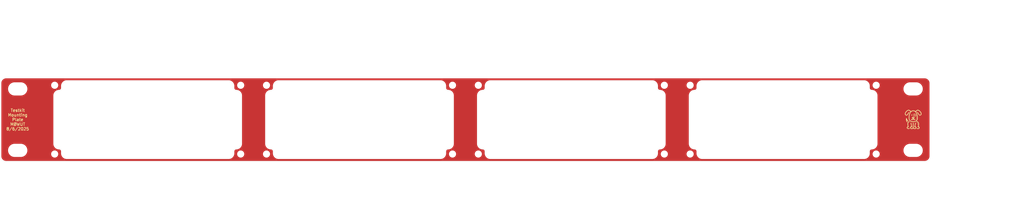
<source format=kicad_pcb>
(kicad_pcb (version 20241229) (generator "pcbnew") (generator_version "9.0")
  (layers (0 "F.Cu" signal) (2 "B.Cu" signal) (13 "F.Paste" user) (15 "B.Paste" user) (5 "F.SilkS" user "F.Silkscreen") (7 "B.SilkS" user "B.Silkscreen") (1 "F.Mask" user) (3 "B.Mask" user) (25 "Edge.Cuts" user))
  (net 0 "")
  (footprint "MountingHole:MountingHole_3.2mm_M3_ISO14580" (layer "F.Cu") (at 143.3 82.1)
    (property "Reference" "H10" (hide yes))
    (property "Value" "M3 NPTH")
    (pad "" np_thru_hole circle (at 0 0) (size 3.2 3.2) (drill 3.2) (layers "*.Cu" "*.Mask"))
  )
  (footprint "MountingHole:MountingHole_3.2mm_M3_ISO14580" (layer "F.Cu") (at 46.7 82.1)
    (property "Reference" "H9" (hide yes))
    (property "Value" "M3 NPTH")
    (pad "" np_thru_hole circle (at 0 0) (size 3.2 3.2) (drill 3.2) (layers "*.Cu" "*.Mask"))
  )
  (footprint "Misc_WUT:NPTH_Oval_9.525x6.35mm" (layer "F.Cu") (at -82.5 116)
    (property "Reference" "H4" (hide yes))
    (property "Value" "0.25\"x0.375\" NPTH slot")
    (pad "" np_thru_hole oval (at 0 0) (size 9.525 6.35) (drill oval 9.525 6.35) (layers "*.Cu" "*.Mask"))
  )
  (footprint "MountingHole:MountingHole_3.2mm_M3_ISO14580" (layer "F.Cu") (at 46.7 117.9)
    (property "Reference" "H12" (hide yes))
    (property "Value" "M3 NPTH")
    (pad "" np_thru_hole circle (at 0 0) (size 3.2 3.2) (drill 3.2) (layers "*.Cu" "*.Mask"))
  )
  (footprint "MountingHole:MountingHole_3.2mm_M3_ISO14580" (layer "F.Cu") (at 156.7 82.1)
    (property "Reference" "H13" (hide yes))
    (property "Value" "M3 NPTH")
    (pad "" np_thru_hole circle (at 0 0) (size 3.2 3.2) (drill 3.2) (layers "*.Cu" "*.Mask"))
  )
  (footprint "Misc_WUT:NPTH_Oval_9.525x6.35mm" (layer "F.Cu") (at 382.5 116)
    (property "Reference" "H3" (hide yes))
    (property "Value" "0.25\"x0.375\" NPTH slot")
    (pad "" np_thru_hole oval (at 0 0) (size 9.525 6.35) (drill oval 9.525 6.35) (layers "*.Cu" "*.Mask"))
  )
  (footprint "MountingHole:MountingHole_3.2mm_M3_ISO14580" (layer "F.Cu") (at 156.7 117.9)
    (property "Reference" "H16" (hide yes))
    (property "Value" "M3 NPTH")
    (pad "" np_thru_hole circle (at 0 0) (size 3.2 3.2) (drill 3.2) (layers "*.Cu" "*.Mask"))
  )
  (footprint "MountingHole:MountingHole_3.2mm_M3_ISO14580" (layer "F.Cu") (at 253.3 82.1)
    (property "Reference" "H14" (hide yes))
    (property "Value" "M3 NPTH")
    (pad "" np_thru_hole circle (at 0 0) (size 3.2 3.2) (drill 3.2) (layers "*.Cu" "*.Mask"))
  )
  (footprint "Misc_WUT:Logo_10mmx10mm" (layer "F.Cu") (at 382.5 100)
    (property "Reference" "H21" (hide yes))
    (property "Value" "~" (hide yes))
    (fp_poly (pts (xy 0.922947 -2.603975) (xy 0.991412 -2.541082) (xy 1.007115 -2.517943) (xy 1.039942 -2.431724) (xy 1.038955 -2.345967) (xy 1.008886 -2.267564) (xy 0.954466 -2.203412) (xy 0.880424 -2.160405) (xy 0.791492 -2.145437) (xy 0.753757 -2.148694) (xy 0.674508 -2.178794) (xy 0.612427 -2.235653) (xy 0.571271 -2.310058) (xy 0.554798 -2.392794) (xy 0.566765 -2.474649) (xy 0.597741 -2.531301) (xy 0.671378 -2.598608) (xy 0.755246 -2.632989) (xy 0.841664 -2.634694) (xy 0.922947 -2.603975)) (stroke (width 0.01)) (fill yes) (layer "F.SilkS"))
    (fp_poly (pts (xy -0.641208 -2.630082) (xy -0.596585 -2.61209) (xy -0.518645 -2.553184) (xy -0.471635 -2.475831) (xy -0.459061 -2.402941) (xy -0.475243 -2.302885) (xy -0.520026 -2.224451) (xy -0.587767 -2.171761) (xy -0.672822 -2.148936) (xy -0.769546 -2.160099) (xy -0.78486 -2.165011) (xy -0.832353 -2.181359) (xy -0.86022 -2.190591) (xy -0.86289 -2.191329) (xy -0.874135 -2.206349) (xy -0.898134 -2.243438) (xy -0.906852 -2.257429) (xy -0.940808 -2.34286) (xy -0.942278 -2.427297) (xy -0.916372 -2.504897) (xy -0.868201 -2.569817) (xy -0.802876 -2.616216) (xy -0.725508 -2.638252) (xy -0.641208 -2.630082)) (stroke (width 0.01)) (fill yes) (layer "F.SilkS"))
    (fp_poly (pts (xy -3.394961 -0.796542) (xy -3.35317 -0.769507) (xy -3.31884 -0.718061) (xy -3.288209 -0.636978) (xy -3.264339 -0.549294) (xy -3.183623 -0.282983) (xy -3.080029 -0.047307) (xy -2.952408 0.159582) (xy -2.799608 0.339529) (xy -2.620479 0.494381) (xy -2.608034 0.503522) (xy -2.526176 0.568752) (xy -2.476441 0.624131) (xy -2.455175 0.675521) (xy -2.458722 0.728781) (xy -2.461515 0.738397) (xy -2.499046 0.800684) (xy -2.558902 0.843344) (xy -2.617121 0.856377) (xy -2.679148 0.841284) (xy -2.758609 0.799098) (xy -2.850138 0.73446) (xy -2.948366 0.652012) (xy -3.047926 0.556394) (xy -3.14345 0.452248) (xy -3.22957 0.344216) (xy -3.261148 0.299531) (xy -3.305414 0.235239) (xy -3.331768 0.200705) (xy -3.343664 0.192966) (xy -3.344552 0.209059) (xy -3.340813 0.231147) (xy -3.315105 0.33479) (xy -3.274588 0.46174) (xy -3.223377 0.601116) (xy -3.165584 0.742033) (xy -3.105322 0.873609) (xy -3.076197 0.931263) (xy -3.017087 1.049754) (xy -2.979908 1.141186) (xy -2.964357 1.210632) (xy -2.970127 1.263164) (xy -2.996914 1.303856) (xy -3.044412 1.33778) (xy -3.051507 1.341647) (xy -3.105032 1.361079) (xy -3.15696 1.354308) (xy -3.190108 1.340286) (xy -3.230695 1.305874) (xy -3.280897 1.239699) (xy -3.33783 1.14702) (xy -3.39861 1.033099) (xy -3.460353 0.903195) (xy -3.520174 0.762569) (xy -3.552288 0.679685) (xy -3.624776 0.460055) (xy -3.671504 0.253159) (xy -3.694863 0.04463) (xy -3.697247 -0.1799) (xy -3.696956 -0.18893) (xy -3.684397 -0.380653) (xy -3.660635 -0.535647) (xy -3.625345 -0.654714) (xy -3.578202 -0.738659) (xy -3.518881 -0.788283) (xy -3.447975 -0.804392) (xy -3.394961 -0.796542)) (stroke (width 0.01)) (fill yes) (layer "F.SilkS"))
    (fp_poly (pts (xy -1.890077 0.873745) (xy -1.847089 0.91119) (xy -1.846857 0.911421) (xy -1.797774 0.980446) (xy -1.786262 1.048184) (xy -1.810908 1.110648) (xy -1.870299 1.163849) (xy -1.948879 1.199412) (xy -2.065542 1.242811) (xy -2.160023 1.292244) (xy -2.249048 1.357411) (xy -2.303565 1.405136) (xy -2.411914 1.519924) (xy -2.495979 1.646163) (xy -2.55701 1.788172) (xy -2.596261 1.950271) (xy -2.614985 2.136782) (xy -2.614432 2.352025) (xy -2.608407 2.456912) (xy -2.583035 2.70431) (xy -2.543802 2.940871) (xy -2.492297 3.160047) (xy -2.430113 3.355287) (xy -2.35884 3.520042) (xy -2.342808 3.550261) (xy -2.303486 3.648795) (xy -2.297945 3.737896) (xy -2.307813 3.776502) (xy -2.342317 3.816743) (xy -2.405599 3.847074) (xy -2.487808 3.863503) (xy -2.526924 3.8653) (xy -2.658192 3.878433) (xy -2.769226 3.915383) (xy -2.856801 3.97248) (xy -2.917691 4.04605) (xy -2.948672 4.132423) (xy -2.946519 4.227927) (xy -2.917832 4.310347) (xy -2.883108 4.368971) (xy -2.840287 4.411692) (xy -2.776126 4.450971) (xy -2.759011 4.459792) (xy -2.701768 4.486499) (xy -2.648844 4.504151) (xy -2.588483 4.515134) (xy -2.508924 4.521832) (xy -2.436627 4.525207) (xy -2.342908 4.52836) (xy -2.278902 4.528101) (xy -2.235299 4.523024) (xy -2.202785 4.511726) (xy -2.17205 4.492803) (xy -2.158907 4.483326) (xy -2.103952 4.443077) (xy -2.054186 4.406664) (xy -2.045498 4.400313) (xy -1.978232 4.372015) (xy -1.909047 4.375971) (xy -1.847713 4.407242) (xy -1.804001 4.460889) (xy -1.787676 4.530641) (xy -1.804956 4.591589) (xy -1.852377 4.658717) (xy -1.923314 4.724974) (xy -2.011139 4.783309) (xy -2.038539 4.797598) (xy -2.09305 4.822318) (xy -2.143115 4.838503) (xy -2.199959 4.848153) (xy -2.274807 4.853268) (xy -2.364061 4.855599) (xy -2.463849 4.855351) (xy -2.560257 4.851658) (xy -2.639857 4.845199) (xy -2.676478 4.839789) (xy -2.839134 4.790925) (xy -2.981522 4.715755) (xy -3.100136 4.618006) (xy -3.191467 4.501407) (xy -3.25201 4.369684) (xy -3.278258 4.226565) (xy -3.279074 4.199254) (xy -3.262275 4.039781) (xy -3.211328 3.897427) (xy -3.128469 3.775048) (xy -3.015931 3.675501) (xy -2.875949 3.601642) (xy -2.789548 3.573395) (xy -2.707036 3.551462) (xy -2.746324 3.451787) (xy -2.802422 3.285004) (xy -2.85046 3.093798) (xy -2.889602 2.886368) (xy -2.919015 2.670914) (xy -2.937862 2.455638) (xy -2.945309 2.248737) (xy -2.940519 2.058414) (xy -2.922658 1.892867) (xy -2.911193 1.8333) (xy -2.850028 1.637625) (xy -2.75924 1.454142) (xy -2.643006 1.287185) (xy -2.5055 1.141089) (xy -2.350901 1.020186) (xy -2.183383 0.928812) (xy -2.007122 0.8713) (xy -1.978742 0.865595) (xy -1.927771 0.860698) (xy -1.890077 0.873745)) (stroke (width 0.01)) (fill yes) (layer "F.SilkS"))
    (fp_poly (pts (xy 2.062011 0.862694) (xy 2.11976 0.876956) (xy 2.143842 0.88358) (xy 2.319784 0.951082) (xy 2.488698 1.05159) (xy 2.643425 1.17903) (xy 2.776805 1.327332) (xy 2.881679 1.490425) (xy 2.898099 1.523226) (xy 2.954018 1.652144) (xy 2.994262 1.775927) (xy 3.020816 1.904865) (xy 3.035664 2.04925) (xy 3.040792 2.219373) (xy 3.040805 2.263147) (xy 3.031851 2.506088) (xy 3.007972 2.751008) (xy 2.970721 2.988507) (xy 2.921651 3.209186) (xy 2.862316 3.403644) (xy 2.844527 3.450965) (xy 2.804915 3.551462) (xy 2.887427 3.573395) (xy 3.041328 3.632163) (xy 3.168994 3.718165) (xy 3.26819 3.828544) (xy 3.336682 3.960443) (xy 3.372237 4.111008) (xy 3.376953 4.199254) (xy 3.357497 4.345263) (xy 3.303136 4.479474) (xy 3.217115 4.598531) (xy 3.102684 4.699078) (xy 2.963088 4.777758) (xy 2.801576 4.831217) (xy 2.756312 4.840586) (xy 2.656121 4.853343) (xy 2.541665 4.859251) (xy 2.425461 4.858474) (xy 2.320028 4.851176) (xy 2.237882 4.83752) (xy 2.224042 4.833636) (xy 2.122586 4.791531) (xy 2.031216 4.734468) (xy 1.956736 4.668547) (xy 1.905949 4.599873) (xy 1.885657 4.534546) (xy 1.885555 4.530018) (xy 1.902435 4.459519) (xy 1.946547 4.406441) (xy 2.008094 4.37571) (xy 2.077282 4.372256) (xy 2.143377 4.400313) (xy 2.188803 4.433541) (xy 2.244453 4.47429) (xy 2.256785 4.483326) (xy 2.289285 4.505513) (xy 2.320027 4.519542) (xy 2.358321 4.526816) (xy 2.413481 4.52874) (xy 2.494818 4.526717) (xy 2.534505 4.525207) (xy 2.63394 4.520105) (xy 2.705979 4.512414) (xy 2.762305 4.499755) (xy 2.814599 4.479747) (xy 2.855757 4.459739) (xy 2.953154 4.39318) (xy 3.018642 4.31137) (xy 3.049718 4.218476) (xy 3.048206 4.139509) (xy 3.013531 4.040165) (xy 2.947019 3.963303) (xy 2.848923 3.909105) (xy 2.719493 3.87775) (xy 2.677609 3.873084) (xy 2.584689 3.863833) (xy 2.521645 3.853765) (xy 2.479313 3.840382) (xy 2.448527 3.821185) (xy 2.432135 3.806188) (xy 2.399954 3.747617) (xy 2.397615 3.670607) (xy 2.424901 3.581684) (xy 2.440686 3.550261) (xy 2.50929 3.40346) (xy 2.569313 3.231142) (xy 2.61995 3.040198) (xy 2.660394 2.837517) (xy 2.689841 2.629988) (xy 2.707484 2.424501) (xy 2.712517 2.227946) (xy 2.704134 2.047212) (xy 2.68153 1.889188) (xy 2.6486 1.772705) (xy 2.56598 1.603845) (xy 2.456699 1.457632) (xy 2.324914 1.338486) (xy 2.17478 1.250827) (xy 2.14677 1.23899) (xy 2.050922 1.199992) (xy 1.985123 1.170633) (xy 1.942817 1.146886) (xy 1.917445 1.124721) (xy 1.902448 1.100108) (xy 1.896695 1.08535) (xy 1.889716 1.010806) (xy 1.918554 0.939836) (xy 1.967996 0.889196) (xy 1.99846 0.86842) (xy 2.025688 0.859717) (xy 2.062011 0.862694)) (stroke (width 0.01)) (fill yes) (layer "F.SilkS"))
    (fp_poly (pts (xy 0.129206 -1.458827) (xy 0.266306 -1.441282) (xy 0.370169 -1.41155) (xy 0.493666 -1.346092) (xy 0.591956 -1.260651) (xy 0.662403 -1.160375) (xy 0.702372 -1.05041) (xy 0.709224 -0.935902) (xy 0.680326 -0.821999) (xy 0.676545 -0.813405) (xy 0.625981 -0.735162) (xy 0.549984 -0.656479) (xy 0.460598 -0.587981) (xy 0.369865 -0.540293) (xy 0.364823 -0.538392) (xy 0.308912 -0.516486) (xy 0.268921 -0.498359) (xy 0.258783 -0.49226) (xy 0.25964 -0.469704) (xy 0.282099 -0.427853) (xy 0.319942 -0.374857) (xy 0.36695 -0.318863) (xy 0.416906 -0.268019) (xy 0.452828 -0.237976) (xy 0.562325 -0.175059) (xy 0.67048 -0.146021) (xy 0.772414 -0.150968) (xy 0.863246 -0.190002) (xy 0.908829 -0.228211) (xy 0.978164 -0.279526) (xy 1.050345 -0.299335) (xy 1.117464 -0.288475) (xy 1.171613 -0.247785) (xy 1.199219 -0.197444) (xy 1.206408 -0.119326) (xy 1.174676 -0.037853) (xy 1.104018 0.046985) (xy 1.101461 0.049425) (xy 0.995751 0.123988) (xy 0.869133 0.170962) (xy 0.729704 0.188945) (xy 0.58556 0.176536) (xy 0.499378 0.153648) (xy 0.37484 0.100951) (xy 0.256636 0.031968) (xy 0.157124 -0.04542) (xy 0.10967 -0.09485) (xy 0.053803 -0.162626) (xy -0.046383 -0.062439) (xy -0.166289 0.036056) (xy -0.304058 0.113595) (xy -0.448406 0.164887) (xy -0.572497 0.18414) (xy -0.650064 0.184979) (xy -0.720356 0.180895) (xy -0.761907 0.174154) (xy -0.85636 0.142868) (xy -0.930077 0.103909) (xy -1.001342 0.047532) (xy -1.004026 0.045114) (xy -1.075794 -0.035817) (xy -1.110094 -0.114433) (xy -1.106419 -0.189302) (xy -1.095904 -0.214674) (xy -1.061335 -0.26408) (xy -1.01519 -0.289105) (xy -0.944822 -0.296375) (xy -0.939988 -0.296392) (xy -0.884794 -0.28521) (xy -0.830353 -0.247205) (xy -0.81095 -0.228211) (xy -0.728774 -0.169398) (xy -0.632671 -0.144735) (xy -0.527521 -0.154116) (xy -0.418206 -0.197437) (xy -0.354949 -0.237976) (xy -0.306891 -0.279521) (xy -0.257081 -0.332374) (xy -0.211737 -0.388388) (xy -0.177078 -0.439415) (xy -0.159321 -0.477305) (xy -0.160905 -0.49226) (xy -0.186528 -0.505748) (xy -0.235909 -0.526528) (xy -0.272299 -0.540437) (xy -0.378211 -0.594851) (xy -0.471904 -0.67185) (xy -0.546906 -0.763538) (xy -0.596744 -0.862019) (xy -0.614939 -0.958433) (xy -0.611112 -0.984419) (xy -0.279733 -0.984419) (xy -0.263629 -0.933631) (xy -0.21621 -0.884457) (xy -0.141029 -0.841287) (xy -0.090905 -0.822264) (xy -0.016024 -0.81043) (xy 0.078288 -0.812564) (xy 0.175666 -0.826967) (xy 0.259744 -0.85194) (xy 0.278778 -0.860649) (xy 0.342415 -0.905685) (xy 0.374816 -0.956922) (xy 0.373225 -1.008448) (xy 0.358852 -1.032434) (xy 0.294291 -1.082747) (xy 0.204673 -1.11611) (xy 0.100149 -1.132524) (xy -0.009131 -1.131987) (xy -0.113013 -1.114502) (xy -0.201347 -1.080066) (xy -0.260973 -1.032434) (xy -0.279733 -0.984419) (xy -0.611112 -0.984419) (xy -0.596943 -1.080615) (xy -0.543996 -1.194257) (xy -0.460085 -1.294085) (xy -0.349201 -1.374824) (xy -0.27229 -1.41155) (xy -0.154542 -1.443961) (xy -0.015893 -1.45972) (xy 0.129206 -1.458827)) (stroke (width 0.01)) (fill yes) (layer "F.SilkS"))
    (fp_poly (pts (xy 0.907235 -3.125689) (xy 0.979676 -3.120585) (xy 1.03638 -3.109046) (xy 1.090629 -3.088589) (xy 1.141078 -3.06419) (xy 1.267459 -2.981847) (xy 1.378075 -2.874599) (xy 1.467008 -2.751028) (xy 1.52834 -2.619719) (xy 1.556153 -2.489255) (xy 1.557187 -2.460721) (xy 1.562969 -2.401495) (xy 1.583642 -2.371797) (xy 1.598115 -2.365284) (xy 1.62964 -2.340049) (xy 1.667739 -2.288708) (xy 1.693365 -2.243285) (xy 1.719142 -2.186307) (xy 1.735264 -2.132543) (xy 1.743884 -2.069198) (xy 1.747151 -1.983473) (xy 1.747444 -1.921474) (xy 1.749366 -1.807362) (xy 1.754736 -1.671457) (xy 1.762634 -1.534073) (xy 1.768598 -1.454671) (xy 1.789528 -1.203913) (xy 1.806866 -0.990434) (xy 1.820919 -0.809363) (xy 1.831997 -0.655826) (xy 1.840407 -0.52495) (xy 1.846458 -0.411863) (xy 1.850459 -0.311692) (xy 1.852718 -0.219563) (xy 1.853543 -0.130605) (xy 1.853564 -0.112322) (xy 1.854963 0.010176) (xy 1.858823 0.1297) (xy 1.864587 0.233952) (xy 1.871697 0.310636) (xy 1.873233 0.321595) (xy 1.884273 0.400126) (xy 1.897523 0.503921) (xy 1.910872 0.61613) (xy 1.917193 0.672579) (xy 1.929088 0.768578) (xy 1.941958 0.851379) (xy 1.953994 0.91027) (xy 1.960979 0.931583) (xy 1.973459 0.97551) (xy 1.980407 1.039494) (xy 1.980889 1.058583) (xy 1.98626 1.143511) (xy 2.000927 1.260811) (xy 2.023529 1.401886) (xy 2.052705 1.558137) (xy 2.082253 1.699162) (xy 2.105376 1.807334) (xy 2.128694 1.921739) (xy 2.14785 2.020891) (xy 2.150948 2.037829) (xy 2.168417 2.1228) (xy 2.187922 2.199848) (xy 2.20421 2.249495) (xy 2.242655 2.308974) (xy 2.299596 2.362705) (xy 2.360825 2.399162) (xy 2.399916 2.408245) (xy 2.449472 2.390153) (xy 2.50564 2.34243) (xy 2.559707 2.274908) (xy 2.60296 2.19742) (xy 2.61562 2.164829) (xy 2.643335 2.101608) (xy 2.673672 2.061025) (xy 2.700574 2.047249) (xy 2.717983 2.064452) (xy 2.721353 2.092029) (xy 2.702517 2.202367) (xy 2.650161 2.313574) (xy 2.580237 2.402368) (xy 2.498448 2.467925) (xy 2.418124 2.493907) (xy 2.332499 2.482261) (xy 2.319187 2.477544) (xy 2.267739 2.44656) (xy 2.207146 2.394809) (xy 2.152108 2.336394) (xy 2.117326 2.285417) (xy 2.116137 2.282746) (xy 2.100716 2.234245) (xy 2.082859 2.160251) (xy 2.067057 2.080162) (xy 2.04962 1.987039) (xy 2.026859 1.874145) (xy 2.003124 1.762922) (xy 1.998358 1.741495) (xy 1.964779 1.582462) (xy 1.936343 1.42927) (xy 1.914486 1.29092) (xy 1.900642 1.176415) (xy 1.896223 1.101204) (xy 1.89156 1.046257) (xy 1.880273 1.014429) (xy 1.874687 1.011245) (xy 1.863095 0.992107) (xy 1.855407 0.942739) (xy 1.85352 0.894829) (xy 1.850376 0.831071) (xy 1.842265 0.788785) (xy 1.834396 0.778412) (xy 1.827212 0.770201) (xy 1.82047 0.743477) (xy 1.81395 0.695107) (xy 1.807434 0.621957) (xy 1.800701 0.520892) (xy 1.793531 0.388777) (xy 1.785705 0.222479) (xy 1.777004 0.018863) (xy 1.771325 -0.121171) (xy 1.763778 -0.299338) (xy 1.755818 -0.461999) (xy 1.746813 -0.61848) (xy 1.736131 -0.778102) (xy 1.723142 -0.950189) (xy 1.707213 -1.144064) (xy 1.687713 -1.369051) (xy 1.683775 -1.413578) (xy 1.674488 -1.541005) (xy 1.667235 -1.683503) (xy 1.663104 -1.817704) (xy 1.662555 -1.868662) (xy 1.660502 -1.980892) (xy 1.653803 -2.062626) (xy 1.640819 -2.125593) (xy 1.619911 -2.181523) (xy 1.618364 -2.184921) (xy 1.574638 -2.280171) (xy 1.527509 -2.151375) (xy 1.445775 -1.982304) (xy 1.336998 -1.844549) (xy 1.203686 -1.739907) (xy 1.048349 -1.670175) (xy 0.873494 -1.637147) (xy 0.80577 -1.634588) (xy 0.644783 -1.646965) (xy 0.507667 -1.687227) (xy 0.383101 -1.760072) (xy 0.274751 -1.854986) (xy 0.172297 -1.972279) (xy 0.104746 -2.089023) (xy 0.067704 -2.216618) (xy 0.057826 -2.352123) (xy 0.226169 -2.352123) (xy 0.239396 -2.232067) (xy 0.253886 -2.179587) (xy 0.321058 -2.050271) (xy 0.417527 -1.945117) (xy 0.536198 -1.866661) (xy 0.669977 -1.817438) (xy 0.811766 -1.799985) (xy 0.954471 -1.816838) (xy 1.090996 -1.870533) (xy 1.101591 -1.876586) (xy 1.22237 -1.969484) (xy 1.310931 -2.083476) (xy 1.367242 -2.212154) (xy 1.391267 -2.34911) (xy 1.382971 -2.487935) (xy 1.34232 -2.62222) (xy 1.26928 -2.745556) (xy 1.163816 -2.851536) (xy 1.107067 -2.891057) (xy 0.988632 -2.942146) (xy 0.851072 -2.965756) (xy 0.708526 -2.960592) (xy 0.60648 -2.936934) (xy 0.498336 -2.882991) (xy 0.396177 -2.800165) (xy 0.311985 -2.700196) (xy 0.257934 -2.59539) (xy 0.232412 -2.479791) (xy 0.226169 -2.352123) (xy 0.057826 -2.352123) (xy 0.05678 -2.366466) (xy 0.057951 -2.417755) (xy 0.066198 -2.529534) (xy 0.0827 -2.615126) (xy 0.11073 -2.690383) (xy 0.116983 -2.703505) (xy 0.205369 -2.84195) (xy 0.322884 -2.963997) (xy 0.457497 -3.057391) (xy 0.471747 -3.064841) (xy 0.53311 -3.093922) (xy 0.586687 -3.1122) (xy 0.645727 -3.122134) (xy 0.723477 -3.126184) (xy 0.80577 -3.126838) (xy 0.907235 -3.125689)) (stroke (width 0.01)) (fill yes) (layer "F.SilkS"))
    (fp_poly (pts (xy 0.076564 1.533923) (xy 0.116628 1.548443) (xy 0.171333 1.583525) (xy 0.194722 1.621974) (xy 0.196619 1.649035) (xy 0.198558 1.711729) (xy 0.200498 1.806612) (xy 0.202399 1.930238) (xy 0.204219 2.079166) (xy 0.205917 2.249949) (xy 0.207452 2.439144) (xy 0.208783 2.643308) (xy 0.209868 2.858995) (xy 0.210071 2.907916) (xy 0.215016 4.148608) (xy 0.268074 4.249208) (xy 0.338199 4.356113) (xy 0.423437 4.435324) (xy 0.528224 4.488886) (xy 0.656996 4.518841) (xy 0.814188 4.527235) (xy 0.868276 4.525825) (xy 1.007816 4.514652) (xy 1.117397 4.492203) (xy 1.205212 4.455644) (xy 1.279455 4.402141) (xy 1.309103 4.37337) (xy 1.344231 4.328753) (xy 1.363276 4.278382) (xy 1.372259 4.20602) (xy 1.372499 4.202359) (xy 1.366981 4.098434) (xy 1.334402 4.015753) (xy 1.272869 3.952932) (xy 1.180487 3.908586) (xy 1.055361 3.88133) (xy 0.918401 3.870441) (xy 0.809351 3.865939) (xy 0.731915 3.860274) (xy 0.678633 3.851877) (xy 0.642045 3.83918) (xy 0.61469 3.820612) (xy 0.596557 3.802764) (xy 0.561691 3.740302) (xy 0.558581 3.671376) (xy 0.583869 3.606673) (xy 0.634201 3.55688) (xy 0.67993 3.537268) (xy 0.742555 3.521187) (xy 0.899775 2.584436) (xy 0.931376 2.397057) (xy 0.961403 2.22075) (xy 0.989173 2.059403) (xy 1.014003 1.916905) (xy 1.03521 1.797144) (xy 1.052112 1.704009) (xy 1.064024 1.641388) (xy 1.070265 1.61317) (xy 1.070462 1.61261) (xy 1.096447 1.582442) (xy 1.143221 1.553075) (xy 1.153484 1.548474) (xy 1.230887 1.53334) (xy 1.297968 1.555558) (xy 1.352097 1.614169) (xy 1.357132 1.62277) (xy 1.363717 1.637188) (xy 1.368105 1.655807) (xy 1.369865 1.682037) (xy 1.368567 1.719291) (xy 1.363783 1.770978) (xy 1.355083 1.84051) (xy 1.342038 1.931298) (xy 1.324218 2.046753) (xy 1.301193 2.190286) (xy 1.272535 2.365308) (xy 1.237814 2.57523) (xy 1.235377 2.589924) (xy 1.204856 2.774409) (xy 1.176405 2.947345) (xy 1.150646 3.104865) (xy 1.128206 3.2431) (xy 1.109709 3.358184) (xy 1.095781 3.446248) (xy 1.087047 3.503425) (xy 1.084128 3.525765) (xy 1.101687 3.541982) (xy 1.145383 3.556691) (xy 1.166504 3.560807) (xy 1.269262 3.588646) (xy 1.377637 3.636663) (xy 1.477398 3.697278) (xy 1.554319 3.762913) (xy 1.561884 3.771401) (xy 1.641085 3.891163) (xy 1.690542 4.025661) (xy 1.710079 4.167226) (xy 1.699524 4.308191) (xy 1.658703 4.440885) (xy 1.587442 4.557639) (xy 1.579899 4.566672) (xy 1.472815 4.67239) (xy 1.352483 4.751954) (xy 1.213184 4.807761) (xy 1.049198 4.842208) (xy 0.888367 4.856381) (xy 0.692981 4.85589) (xy 0.525634 4.833778) (xy 0.380737 4.78833) (xy 0.252704 4.717834) (xy 0.143613 4.628045) (xy 0.048939 4.536792) (xy -0.045735 4.628045) (xy -0.165334 4.721393) (xy -0.30624 4.796113) (xy -0.441706 4.841041) (xy -0.498607 4.849011) (xy -0.582571 4.854652) (xy -0.681644 4.857801) (xy -0.783875 4.858292) (xy -0.877308 4.855962) (xy -0.949992 4.850646) (xy -0.967061 4.848264) (xy -1.119316 4.80822) (xy -1.261361 4.743222) (xy -1.3867 4.658032) (xy -1.488838 4.557412) (xy -1.561282 4.446125) (xy -1.581055 4.398044) (xy -1.610047 4.256684) (xy -1.606537 4.10866) (xy -1.572425 3.964137) (xy -1.509609 3.833286) (xy -1.464006 3.771401) (xy -1.391091 3.705671) (xy -1.293489 3.643976) (xy -1.185428 3.593898) (xy -1.081139 3.563013) (xy -1.068626 3.560807) (xy -1.018256 3.548128) (xy -0.989111 3.53185) (xy -0.98625 3.525765) (xy -0.989289 3.502604) (xy -0.998134 3.444766) (xy -1.01216 3.356119) (xy -1.030743 3.240531) (xy -1.053256 3.101869) (xy -1.079075 2.944001) (xy -1.107574 2.770794) (xy -1.137498 2.589924) (xy -1.172622 2.377654) (xy -1.201655 2.200502) (xy -1.225027 2.055057) (xy -1.243167 1.937908) (xy -1.256505 1.845644) (xy -1.26547 1.774855) (xy -1.270492 1.722128) (xy -1.271999 1.684054) (xy -1.270422 1.65722) (xy -1.26619 1.638217) (xy -1.259732 1.623632) (xy -1.259253 1.62277) (xy -1.210251 1.56734) (xy -1.146996 1.538339) (xy -1.080044 1.536416) (xy -1.019953 1.562218) (xy -0.982509 1.605779) (xy -0.974791 1.632984) (xy -0.961459 1.694822) (xy -0.943235 1.787365) (xy -0.920845 1.906687) (xy -0.89501 2.048859) (xy -0.866455 2.209955) (xy -0.835904 2.386048) (xy -0.804079 2.573211) (xy -0.80219 2.584436) (xy -0.644676 3.521187) (xy -0.582052 3.537268) (xy -0.516912 3.57121) (xy -0.474582 3.627178) (xy -0.458416 3.694483) (xy -0.471771 3.762437) (xy -0.498678 3.802764) (xy -0.524005 3.826519) (xy -0.553202 3.843277) (xy -0.593732 3.854606) (xy -0.653054 3.862076) (xy -0.738628 3.867255) (xy -0.820522 3.870441) (xy -0.975675 3.883957) (xy -1.096436 3.913357) (xy -1.184699 3.960028) (xy -1.242359 4.025354) (xy -1.27131 4.110719) (xy -1.274621 4.202359) (xy -1.265921 4.275965) (xy -1.247405 4.326917) (xy -1.213053 4.371451) (xy -1.211225 4.37337) (xy -1.140286 4.434989) (xy -1.059281 4.478452) (xy -0.960017 4.506592) (xy -0.8343 4.522243) (xy -0.770397 4.525825) (xy -0.605166 4.52395) (xy -0.470072 4.501901) (xy -0.360575 4.457517) (xy -0.272134 4.388636) (xy -0.200208 4.293097) (xy -0.17211 4.241017) (xy -0.117138 4.12907) (xy -0.112255 2.898147) (xy -0.111235 2.681241) (xy -0.109956 2.475102) (xy -0.108459 2.283187) (xy -0.106788 2.108957) (xy -0.104982 1.95587) (xy -0.103085 1.827385) (xy -0.101136 1.726962) (xy -0.099179 1.658059) (xy -0.097254 1.624136) (xy -0.096906 1.621974) (xy -0.068729 1.579078) (xy -0.01875 1.548443) (xy 0.033414 1.531257) (xy 0.076564 1.533923)) (stroke (width 0.01)) (fill yes) (layer "F.SilkS"))
    (fp_poly (pts (xy 2.573431 -5.116589) (xy 2.734468 -5.067814) (xy 2.90475 -4.992908) (xy 3.080749 -4.894385) (xy 3.258937 -4.774759) (xy 3.435785 -4.636543) (xy 3.607765 -4.48225) (xy 3.771349 -4.314395) (xy 3.923009 -4.135491) (xy 4.059216 -3.948052) (xy 4.149014 -3.803546) (xy 4.226718 -3.647902) (xy 4.290736 -3.478252) (xy 4.339005 -3.30361) (xy 4.369458 -3.132988) (xy 4.380033 -2.9754) (xy 4.369154 -2.842486) (xy 4.31875 -2.669095) (xy 4.237414 -2.515568) (xy 4.12917 -2.384837) (xy 3.998037 -2.279834) (xy 3.848037 -2.203488) (xy 3.683192 -2.158731) (xy 3.507522 -2.148493) (xy 3.426993 -2.155794) (xy 3.352378 -2.16781) (xy 3.285421 -2.183962) (xy 3.223437 -2.206953) (xy 3.163741 -2.239491) (xy 3.10365 -2.28428) (xy 3.040479 -2.344026) (xy 2.971543 -2.421433) (xy 2.894158 -2.519208) (xy 2.805641 -2.640056) (xy 2.703307 -2.786682) (xy 2.58447 -2.961791) (xy 2.495462 -3.09463) (xy 2.382361 -3.264471) (xy 2.289593 -3.405098) (xy 2.21535 -3.519495) (xy 2.157822 -3.610647) (xy 2.115201 -3.681538) (xy 2.085677 -3.735152) (xy 2.067441 -3.774473) (xy 2.058684 -3.802486) (xy 2.05724 -3.817553) (xy 2.07632 -3.885726) (xy 2.122661 -3.936526) (xy 2.186315 -3.964506) (xy 2.257329 -3.96422) (xy 2.297632 -3.949137) (xy 2.31667 -3.928761) (xy 2.354635 -3.879393) (xy 2.408963 -3.804673) (xy 2.477088 -3.708245) (xy 2.556442 -3.59375) (xy 2.644462 -3.46483) (xy 2.738579 -3.325127) (xy 2.762246 -3.289714) (xy 2.859383 -3.145327) (xy 2.952818 -3.00869) (xy 3.03968 -2.883838) (xy 3.117097 -2.774807) (xy 3.182198 -2.685632) (xy 3.232111 -2.620349) (xy 3.263965 -2.582994) (xy 3.267485 -2.579615) (xy 3.367395 -2.513621) (xy 3.478737 -2.480366) (xy 3.595193 -2.477778) (xy 3.710445 -2.503781) (xy 3.818176 -2.556302) (xy 3.912068 -2.633266) (xy 3.985805 -2.7326) (xy 4.026663 -2.828847) (xy 4.045536 -2.905562) (xy 4.052585 -2.979338) (xy 4.047707 -3.062329) (xy 4.030796 -3.166692) (xy 4.023448 -3.203562) (xy 3.964493 -3.411125) (xy 3.872695 -3.615554) (xy 3.746473 -3.819554) (xy 3.584247 -4.025832) (xy 3.470879 -4.149832) (xy 3.320235 -4.296156) (xy 3.162611 -4.42986) (xy 3.00276 -4.548034) (xy 2.845435 -4.647769) (xy 2.695386 -4.726157) (xy 2.557367 -4.780286) (xy 2.43613 -4.807249) (xy 2.392918 -4.809777) (xy 2.333299 -4.796451) (xy 2.250845 -4.758626) (xy 2.150255 -4.699532) (xy 2.036229 -4.622401) (xy 1.913464 -4.53046) (xy 1.786661 -4.426942) (xy 1.660519 -4.315075) (xy 1.62549 -4.282253) (xy 1.47046 -4.135128) (xy 1.58936 -3.969337) (xy 1.769846 -3.68644) (xy 1.927862 -3.372344) (xy 2.06348 -3.026837) (xy 2.176777 -2.649708) (xy 2.267825 -2.240747) (xy 2.326276 -1.879007) (xy 2.338293 -1.769595) (xy 2.34868 -1.633457) (xy 2.357274 -1.47811) (xy 2.363913 -1.311073) (xy 2.368433 -1.139863) (xy 2.370672 -0.971999) (xy 2.370467 -0.814997) (xy 2.367656 -0.676377) (xy 2.362075 -0.563656) (xy 2.356094 -0.501546) (xy 2.305129 -0.210239) (xy 2.231861 0.049554) (xy 2.135188 0.279145) (xy 2.014007 0.479847) (xy 1.867216 0.652972) (xy 1.69371 0.799832) (xy 1.492389 0.92174) (xy 1.262148 1.020008) (xy 1.016766 1.092387) (xy 0.840149 1.12725) (xy 0.634531 1.154559) (xy 0.409328 1.173909) (xy 0.173955 1.184894) (xy -0.06217 1.187111) (xy -0.289632 1.180154) (xy -0.499015 1.163618) (xy -0.537215 1.159209) (xy -0.839988 1.108945) (xy -1.111486 1.035754) (xy -1.352417 0.939157) (xy -1.563492 0.818675) (xy -1.745422 0.673831) (xy -1.898915 0.504144) (xy -2.024681 0.309137) (xy -2.122931 0.089698) (xy -2.16414 -0.030136) (xy -2.196802 -0.144288) (xy -2.22199 -0.260059) (xy -2.240775 -0.38475) (xy -2.25423 -0.525665) (xy -2.263427 -0.690105) (xy -2.269439 -0.885373) (xy -2.27001 -0.911853) (xy -2.269732 -0.941861) (xy -1.940364 -0.941861) (xy -1.938951 -0.760448) (xy -1.932876 -0.605731) (xy -1.921529 -0.471593) (xy -1.904298 -0.351922) (xy -1.880574 -0.240601) (xy -1.849745 -0.131516) (xy -1.829181 -0.069216) (xy -1.762048 0.097601) (xy -1.682549 0.237722) (xy -1.583069 0.36324) (xy -1.510595 0.436596) (xy -1.356572 0.557407) (xy -1.171196 0.659469) (xy -0.958158 0.741317) (xy -0.721149 0.801489) (xy -0.507907 0.834028) (xy -0.402267 0.842492) (xy -0.267555 0.848516) (xy -0.113699 0.852093) (xy 0.049372 0.853218) (xy 0.211729 0.851882) (xy 0.363443 0.848081) (xy 0.494586 0.841808) (xy 0.580596 0.83473) (xy 0.858717 0.791567) (xy 1.105308 0.725363) (xy 1.32041 0.636101) (xy 1.504066 0.523764) (xy 1.608473 0.436596) (xy 1.720123 0.317382) (xy 1.813082 0.186823) (xy 1.888478 0.04113) (xy 1.947439 -0.123489) (xy 1.991092 -0.310826) (xy 2.020566 -0.524671) (xy 2.036987 -0.768816) (xy 2.041538 -1.019315) (xy 2.030649 -1.420293) (xy 1.998687 -1.804237) (xy 1.946416 -2.169428) (xy 1.874603 -2.514151) (xy 1.784014 -2.836688) (xy 1.675416 -3.135324) (xy 1.549576 -3.408341) (xy 1.407258 -3.654023) (xy 1.249229 -3.870653) (xy 1.076257 -4.056514) (xy 0.889106 -4.20989) (xy 0.688543 -4.329065) (xy 0.535714 -4.39292) (xy 0.313393 -4.450201) (xy 0.081728 -4.472561) (xy -0.151087 -4.460001) (xy -0.376858 -4.412521) (xy -0.437835 -4.39292) (xy -0.649056 -4.298916) (xy -0.847826 -4.168646) (xy -1.033287 -4.003164) (xy -1.204581 -3.803522) (xy -1.360848 -3.570773) (xy -1.501228 -3.305971) (xy -1.624864 -3.010167) (xy -1.669484 -2.883263) (xy -1.750556 -2.618774) (xy -1.815428 -2.356331) (xy -1.865327 -2.088028) (xy -1.901483 -1.805959) (xy -1.925122 -1.502219) (xy -1.937473 -1.168902) (xy -1.937726 -1.156084) (xy -1.940364 -0.941861) (xy -2.269732 -0.941861) (xy -2.26581 -1.364243) (xy -2.234452 -1.799996) (xy -2.176464 -2.217046) (xy -2.092373 -2.613324) (xy -1.982706 -2.98676) (xy -1.84799 -3.335286) (xy -1.688754 -3.656834) (xy -1.505524 -3.949334) (xy -1.49027 -3.970824) (xy -1.3723 -4.135521) (xy -1.53565 -4.288678) (xy -1.668517 -4.408292) (xy -1.800434 -4.517823) (xy -1.927054 -4.614285) (xy -2.044026 -4.694695) (xy -2.147001 -4.756067) (xy -2.231631 -4.795419) (xy -2.293567 -4.809764) (xy -2.29504 -4.809777) (xy -2.378296 -4.798653) (xy -2.485078 -4.767114) (xy -2.607442 -4.717913) (xy -2.722439 -4.661799) (xy -2.903898 -4.551886) (xy -3.086658 -4.415152) (xy -3.264748 -4.257886) (xy -3.432196 -4.086374) (xy -3.583031 -3.906901) (xy -3.71128 -3.725754) (xy -3.810973 -3.54922) (xy -3.839707 -3.485658) (xy -3.875419 -3.38711) (xy -3.908052 -3.273547) (xy -3.93448 -3.158309) (xy -3.951578 -3.054739) (xy -3.956445 -2.9873) (xy -3.950651 -2.928464) (xy -3.936016 -2.85598) (xy -3.927699 -2.825284) (xy -3.875132 -2.70907) (xy -3.796901 -2.613942) (xy -3.699388 -2.542019) (xy -3.588976 -2.495419) (xy -3.472047 -2.47626) (xy -3.354985 -2.486661) (xy -3.244171 -2.528738) (xy -3.17632 -2.575946) (xy -3.142765 -2.612099) (xy -3.089972 -2.678991) (xy -3.019584 -2.77433) (xy -2.933245 -2.895824) (xy -2.832599 -3.041183) (xy -2.719287 -3.208116) (xy -2.666243 -3.287209) (xy -2.57069 -3.429277) (xy -2.480634 -3.561455) (xy -2.398636 -3.680115) (xy -2.327252 -3.781628) (xy -2.269041 -3.862367) (xy -2.226561 -3.918704) (xy -2.20237 -3.94701) (xy -2.19936 -3.949348) (xy -2.127579 -3.969258) (xy -2.05905 -3.957289) (xy -2.003172 -3.918725) (xy -1.96934 -3.858849) (xy -1.963522 -3.816734) (xy -1.966223 -3.793955) (xy -1.97562 -3.764609) (xy -1.99366 -3.725445) (xy -2.022286 -3.673216) (xy -2.063443 -3.604671) (xy -2.119076 -3.516562) (xy -2.19113 -3.40564) (xy -2.281548 -3.268655) (xy -2.380733 -3.119652) (xy -2.477593 -2.97542) (xy -2.571265 -2.837653) (xy -2.658728 -2.710666) (xy -2.736965 -2.598774) (xy -2.802955 -2.506292) (xy -2.853681 -2.437536) (xy -2.886123 -2.39682) (xy -2.88751 -2.395266) (xy -3.010528 -2.286022) (xy -3.149339 -2.209007) (xy -3.298843 -2.163432) (xy -3.453939 -2.148504) (xy -3.609526 -2.163433) (xy -3.760504 -2.207426) (xy -3.90177 -2.279693) (xy -4.028224 -2.379442) (xy -4.134766 -2.505881) (xy -4.188465 -2.597093) (xy -4.25 -2.75) (xy -4.279558 -2.906212) (xy -4.27864 -3.075669) (xy -4.271 -3.142838) (xy -4.222873 -3.380374) (xy -4.144721 -3.608618) (xy -4.034674 -3.831038) (xy -3.890868 -4.051102) (xy -3.711433 -4.272277) (xy -3.595793 -4.396777) (xy -3.418758 -4.566945) (xy -3.236608 -4.718589) (xy -3.052986 -4.849813) (xy -2.871533 -4.958721) (xy -2.695894 -5.043418) (xy -2.529709 -5.102006) (xy -2.376622 -5.132591) (xy -2.240276 -5.133277) (xy -2.195326 -5.125691) (xy -2.091903 -5.090979) (xy -1.968244 -5.030188) (xy -1.829592 -4.946872) (xy -1.681188 -4.844584) (xy -1.528273 -4.726874) (xy -1.376091 -4.597297) (xy -1.269537 -4.498281) (xy -1.213129 -4.445125) (xy -1.167265 -4.404335) (xy -1.139102 -4.382176) (xy -1.134327 -4.37993) (xy -1.11331 -4.390778) (xy -1.070791 -4.419117) (xy -1.019953 -4.455883) (xy -0.813649 -4.589113) (xy -0.593632 -4.689632) (xy -0.353547 -4.760127) (xy -0.252652 -4.780141) (xy 0.005441 -4.805837) (xy 0.262984 -4.794076) (xy 0.515374 -4.745945) (xy 0.758006 -4.662534) (xy 0.986277 -4.544934) (xy 1.117832 -4.455883) (xy 1.171871 -4.416888) (xy 1.213291 -4.389485) (xy 1.232206 -4.37993) (xy 1.251023 -4.39262) (xy 1.290481 -4.426513) (xy 1.343423 -4.475346) (xy 1.367415 -4.498281) (xy 1.515807 -4.634224) (xy 1.668718 -4.760866) (xy 1.820906 -4.874654) (xy 1.967131 -4.972036) (xy 2.102149 -5.049459) (xy 2.220721 -5.103372) (xy 2.293205 -5.125691) (xy 2.425167 -5.136719) (xy 2.573431 -5.116589)) (stroke (width 0.01)) (fill yes) (layer "F.SilkS"))
  )
  (footprint "Misc_WUT:NPTH_Oval_9.525x6.35mm" (layer "F.Cu") (at -82.5 84)
    (property "Reference" "H1" (hide yes))
    (property "Value" "0.25\"x0.375\" NPTH slot")
    (pad "" np_thru_hole oval (at 0 0) (size 9.525 6.35) (drill oval 9.525 6.35) (layers "*.Cu" "*.Mask"))
  )
  (footprint "Misc_WUT:NPTH_Oval_9.525x6.35mm" (layer "F.Cu") (at 382.5 84)
    (property "Reference" "H2" (hide yes))
    (property "Value" "0.25\"x0.375\" NPTH slot")
    (pad "" np_thru_hole oval (at 0 0) (size 9.525 6.35) (drill oval 9.525 6.35) (layers "*.Cu" "*.Mask"))
  )
  (footprint "MountingHole:MountingHole_3.2mm_M3_ISO14580" (layer "F.Cu") (at 266.7 117.9)
    (property "Reference" "H20" (hide yes))
    (property "Value" "M3 NPTH")
    (pad "" np_thru_hole circle (at 0 0) (size 3.2 3.2) (drill 3.2) (layers "*.Cu" "*.Mask"))
  )
  (footprint "MountingHole:MountingHole_3.2mm_M3_ISO14580" (layer "F.Cu") (at 143.3 117.9)
    (property "Reference" "H11" (hide yes))
    (property "Value" "M3 NPTH")
    (pad "" np_thru_hole circle (at 0 0) (size 3.2 3.2) (drill 3.2) (layers "*.Cu" "*.Mask"))
  )
  (footprint "MountingHole:MountingHole_3.2mm_M3_ISO14580" (layer "F.Cu") (at 363.3 117.9)
    (property "Reference" "H19" (hide yes))
    (property "Value" "M3 NPTH")
    (pad "" np_thru_hole circle (at 0 0) (size 3.2 3.2) (drill 3.2) (layers "*.Cu" "*.Mask"))
  )
  (footprint "MountingHole:MountingHole_3.2mm_M3_ISO14580" (layer "F.Cu") (at 33.3 82.1)
    (property "Reference" "H6" (hide yes))
    (property "Value" "M3 NPTH")
    (pad "" np_thru_hole circle (at 0 0) (size 3.2 3.2) (drill 3.2) (layers "*.Cu" "*.Mask"))
  )
  (footprint "MountingHole:MountingHole_3.2mm_M3_ISO14580" (layer "F.Cu") (at 33.3 117.9)
    (property "Reference" "H7" (hide yes))
    (property "Value" "M3 NPTH")
    (pad "" np_thru_hole circle (at 0 0) (size 3.2 3.2) (drill 3.2) (layers "*.Cu" "*.Mask"))
  )
  (footprint "MountingHole:MountingHole_3.2mm_M3_ISO14580" (layer "F.Cu") (at 266.7 82.1)
    (property "Reference" "H17" (hide yes))
    (property "Value" "M3 NPTH")
    (pad "" np_thru_hole circle (at 0 0) (size 3.2 3.2) (drill 3.2) (layers "*.Cu" "*.Mask"))
  )
  (footprint "MountingHole:MountingHole_3.2mm_M3_ISO14580" (layer "F.Cu") (at -63.3 82.1)
    (property "Reference" "H5" (hide yes))
    (property "Value" "M3 NPTH")
    (pad "" np_thru_hole circle (at 0 0) (size 3.2 3.2) (drill 3.2) (layers "*.Cu" "*.Mask"))
  )
  (footprint "MountingHole:MountingHole_3.2mm_M3_ISO14580" (layer "F.Cu") (at -63.3 117.9)
    (property "Reference" "H8" (hide yes))
    (property "Value" "M3 NPTH")
    (pad "" np_thru_hole circle (at 0 0) (size 3.2 3.2) (drill 3.2) (layers "*.Cu" "*.Mask"))
  )
  (footprint "MountingHole:MountingHole_3.2mm_M3_ISO14580" (layer "F.Cu") (at 363.3 82.1)
    (property "Reference" "H18" (hide yes))
    (property "Value" "M3 NPTH")
    (pad "" np_thru_hole circle (at 0 0) (size 3.2 3.2) (drill 3.2) (layers "*.Cu" "*.Mask"))
  )
  (footprint "MountingHole:MountingHole_3.2mm_M3_ISO14580" (layer "F.Cu") (at 253.3 117.9)
    (property "Reference" "H15" (hide yes))
    (property "Value" "M3 NPTH")
    (pad "" np_thru_hole circle (at 0 0) (size 3.2 3.2) (drill 3.2) (layers "*.Cu" "*.Mask"))
  )
  (gr_line (start 50.5 116.5) (end 50.5 117.5) (stroke (width 0.05)) (layer "Edge.Cuts"))
  (gr_arc (start -61 115) (mid -59.93934 115.43934) (end -59.5 116.5) (stroke (width 0.05)) (layer "Edge.Cuts"))
  (gr_arc (start 160.5 82.5) (mid 161.232233 80.732233) (end 163 80) (stroke (width 0.05)) (layer "Edge.Cuts"))
  (gr_line (start 359.5 116.5) (end 359.5 117.5) (stroke (width 0.05)) (layer "Edge.Cuts"))
  (gr_line (start 273 120) (end 357 120) (stroke (width 0.05)) (layer "Edge.Cuts"))
  (gr_arc (start 249.5 117.5) (mid 248.767767 119.267767) (end 247 120) (stroke (width 0.05)) (layer "Edge.Cuts"))
  (gr_arc (start -63.5 87.5) (mid -62.767767 85.732233) (end -61 85) (stroke (width 0.05)) (layer "Edge.Cuts"))
  (gr_arc (start 361 85) (mid 362.767767 85.732233) (end 363.5 87.5) (stroke (width 0.05)) (layer "Edge.Cuts"))
  (gr_line (start 357 80) (end 273 80) (stroke (width 0.05)) (layer "Edge.Cuts"))
  (gr_arc (start 143.5 112.5) (mid 142.767767 114.267767) (end 141 115) (stroke (width 0.05)) (layer "Edge.Cuts"))
  (gr_line (start 160.5 83.5) (end 160.5 82.5) (stroke (width 0.05)) (layer "Edge.Cuts"))
  (gr_arc (start -59.5 82.5) (mid -58.767767 80.732233) (end -57 80) (stroke (width 0.05)) (layer "Edge.Cuts"))
  (gr_arc (start -59.5 83.5) (mid -59.93934 84.56066) (end -61 85) (stroke (width 0.05)) (layer "Edge.Cuts"))
  (gr_line (start 249.5 83.5) (end 249.5 82.5) (stroke (width 0.05)) (layer "Edge.Cuts"))
  (gr_line (start 53 120) (end 137 120) (stroke (width 0.05)) (layer "Edge.Cuts"))
  (gr_arc (start 388.5 78) (mid 390.62132 78.87868) (end 391.5 81) (stroke (width 0.05)) (layer "Edge.Cuts"))
  (gr_arc (start -91.5 81) (mid -90.62132 78.87868) (end -88.5 78) (stroke (width 0.05)) (layer "Edge.Cuts"))
  (gr_line (start 391.5 81) (end 391.5 119) (stroke (width 0.05)) (layer "Edge.Cuts"))
  (gr_arc (start 249.5 116.5) (mid 249.93934 115.43934) (end 251 115) (stroke (width 0.05)) (layer "Edge.Cuts"))
  (gr_arc (start 269 115) (mid 270.06066 115.43934) (end 270.5 116.5) (stroke (width 0.05)) (layer "Edge.Cuts"))
  (gr_arc (start 270.5 82.5) (mid 271.232233 80.732233) (end 273 80) (stroke (width 0.05)) (layer "Edge.Cuts"))
  (gr_arc (start -88.5 122) (mid -90.62132 121.12132) (end -91.5 119) (stroke (width 0.05)) (layer "Edge.Cuts"))
  (gr_arc (start 357 80) (mid 358.767767 80.732233) (end 359.5 82.5) (stroke (width 0.05)) (layer "Edge.Cuts"))
  (gr_line (start 160.5 116.5) (end 160.5 117.5) (stroke (width 0.05)) (layer "Edge.Cuts"))
  (gr_line (start 363.5 87.5) (end 363.5 112.5) (stroke (width 0.05)) (layer "Edge.Cuts"))
  (gr_line (start 139.5 83.5) (end 139.5 82.5) (stroke (width 0.05)) (layer "Edge.Cuts"))
  (gr_arc (start 49 115) (mid 50.06066 115.43934) (end 50.5 116.5) (stroke (width 0.05)) (layer "Edge.Cuts"))
  (gr_arc (start 159 115) (mid 157.232233 114.267767) (end 156.5 112.5) (stroke (width 0.05)) (layer "Edge.Cuts"))
  (gr_line (start 253.5 87.5) (end 253.5 112.5) (stroke (width 0.05)) (layer "Edge.Cuts"))
  (gr_arc (start 359.5 117.5) (mid 358.767767 119.267767) (end 357 120) (stroke (width 0.05)) (layer "Edge.Cuts"))
  (gr_arc (start 139.5 116.5) (mid 139.93934 115.43934) (end 141 115) (stroke (width 0.05)) (layer "Edge.Cuts"))
  (gr_line (start -57 120) (end 27 120) (stroke (width 0.05)) (layer "Edge.Cuts"))
  (gr_arc (start 50.5 82.5) (mid 51.232233 80.732233) (end 53 80) (stroke (width 0.05)) (layer "Edge.Cuts"))
  (gr_line (start 143.5 87.5) (end 143.5 112.5) (stroke (width 0.05)) (layer "Edge.Cuts"))
  (gr_line (start -59.5 83.5) (end -59.5 82.5) (stroke (width 0.05)) (layer "Edge.Cuts"))
  (gr_arc (start 31 85) (mid 32.767767 85.732233) (end 33.5 87.5) (stroke (width 0.05)) (layer "Edge.Cuts"))
  (gr_arc (start 27 80) (mid 28.767767 80.732233) (end 29.5 82.5) (stroke (width 0.05)) (layer "Edge.Cuts"))
  (gr_line (start 156.5 87.5) (end 156.5 112.5) (stroke (width 0.05)) (layer "Edge.Cuts"))
  (gr_line (start 247 80) (end 163 80) (stroke (width 0.05)) (layer "Edge.Cuts"))
  (gr_arc (start 361 85) (mid 359.93934 84.56066) (end 359.5 83.5) (stroke (width 0.05)) (layer "Edge.Cuts"))
  (gr_arc (start 29.5 117.5) (mid 28.767767 119.267767) (end 27 120) (stroke (width 0.05)) (layer "Edge.Cuts"))
  (gr_arc (start 269 115) (mid 267.232233 114.267767) (end 266.5 112.5) (stroke (width 0.05)) (layer "Edge.Cuts"))
  (gr_arc (start 251 85) (mid 252.767767 85.732233) (end 253.5 87.5) (stroke (width 0.05)) (layer "Edge.Cuts"))
  (gr_arc (start 247 80) (mid 248.767767 80.732233) (end 249.5 82.5) (stroke (width 0.05)) (layer "Edge.Cuts"))
  (gr_arc (start 159 115) (mid 160.06066 115.43934) (end 160.5 116.5) (stroke (width 0.05)) (layer "Edge.Cuts"))
  (gr_arc (start 50.5 83.5) (mid 50.06066 84.56066) (end 49 85) (stroke (width 0.05)) (layer "Edge.Cuts"))
  (gr_line (start -63.5 87.5) (end -63.5 112.5) (stroke (width 0.05)) (layer "Edge.Cuts"))
  (gr_line (start -91.5 119) (end -91.5 81) (stroke (width 0.05)) (layer "Edge.Cuts"))
  (gr_arc (start 46.5 87.5) (mid 47.232233 85.732233) (end 49 85) (stroke (width 0.05)) (layer "Edge.Cuts"))
  (gr_arc (start 31 85) (mid 29.93934 84.56066) (end 29.5 83.5) (stroke (width 0.05)) (layer "Edge.Cuts"))
  (gr_arc (start 363.5 112.5) (mid 362.767767 114.267767) (end 361 115) (stroke (width 0.05)) (layer "Edge.Cuts"))
  (gr_arc (start 141 85) (mid 142.767767 85.732233) (end 143.5 87.5) (stroke (width 0.05)) (layer "Edge.Cuts"))
  (gr_arc (start 391.5 119) (mid 390.62132 121.12132) (end 388.5 122) (stroke (width 0.05)) (layer "Edge.Cuts"))
  (gr_arc (start 160.5 83.5) (mid 160.06066 84.56066) (end 159 85) (stroke (width 0.05)) (layer "Edge.Cuts"))
  (gr_arc (start 273 120) (mid 271.232233 119.267767) (end 270.5 117.5) (stroke (width 0.05)) (layer "Edge.Cuts"))
  (gr_line (start 137 80) (end 53 80) (stroke (width 0.05)) (layer "Edge.Cuts"))
  (gr_arc (start 139.5 117.5) (mid 138.767767 119.267767) (end 137 120) (stroke (width 0.05)) (layer "Edge.Cuts"))
  (gr_arc (start -57 120) (mid -58.767767 119.267767) (end -59.5 117.5) (stroke (width 0.05)) (layer "Edge.Cuts"))
  (gr_line (start 359.5 83.5) (end 359.5 82.5) (stroke (width 0.05)) (layer "Edge.Cuts"))
  (gr_line (start 46.5 87.5) (end 46.5 112.5) (stroke (width 0.05)) (layer "Edge.Cuts"))
  (gr_arc (start 359.5 116.5) (mid 359.93934 115.43934) (end 361 115) (stroke (width 0.05)) (layer "Edge.Cuts"))
  (gr_arc (start 163 120) (mid 161.232233 119.267767) (end 160.5 117.5) (stroke (width 0.05)) (layer "Edge.Cuts"))
  (gr_arc (start 49 115) (mid 47.232233 114.267767) (end 46.5 112.5) (stroke (width 0.05)) (layer "Edge.Cuts"))
  (gr_line (start 388.5 122) (end -88.5 122) (stroke (width 0.05)) (layer "Edge.Cuts"))
  (gr_arc (start 29.5 116.5) (mid 29.93934 115.43934) (end 31 115) (stroke (width 0.05)) (layer "Edge.Cuts"))
  (gr_arc (start 253.5 112.5) (mid 252.767767 114.267767) (end 251 115) (stroke (width 0.05)) (layer "Edge.Cuts"))
  (gr_arc (start 53 120) (mid 51.232233 119.267767) (end 50.5 117.5) (stroke (width 0.05)) (layer "Edge.Cuts"))
  (gr_line (start 33.5 87.5) (end 33.5 112.5) (stroke (width 0.05)) (layer "Edge.Cuts"))
  (gr_arc (start 137 80) (mid 138.767767 80.732233) (end 139.5 82.5) (stroke (width 0.05)) (layer "Edge.Cuts"))
  (gr_line (start 163 120) (end 247 120) (stroke (width 0.05)) (layer "Edge.Cuts"))
  (gr_line (start 27 80) (end -57 80) (stroke (width 0.05)) (layer "Edge.Cuts"))
  (gr_line (start -88.5 78) (end 388.5 78) (stroke (width 0.05)) (layer "Edge.Cuts"))
  (gr_arc (start 156.5 87.5) (mid 157.232233 85.732233) (end 159 85) (stroke (width 0.05)) (layer "Edge.Cuts"))
  (gr_arc (start 33.5 112.5) (mid 32.767767 114.267767) (end 31 115) (stroke (width 0.05)) (layer "Edge.Cuts"))
  (gr_arc (start 251 85) (mid 249.93934 84.56066) (end 249.5 83.5) (stroke (width 0.05)) (layer "Edge.Cuts"))
  (gr_line (start 270.5 116.5) (end 270.5 117.5) (stroke (width 0.05)) (layer "Edge.Cuts"))
  (gr_line (start 29.5 116.5) (end 29.5 117.5) (stroke (width 0.05)) (layer "Edge.Cuts"))
  (gr_arc (start -61 115) (mid -62.767767 114.267767) (end -63.5 112.5) (stroke (width 0.05)) (layer "Edge.Cuts"))
  (gr_line (start 266.5 87.5) (end 266.5 112.5) (stroke (width 0.05)) (layer "Edge.Cuts"))
  (gr_line (start 29.5 83.5) (end 29.5 82.5) (stroke (width 0.05)) (layer "Edge.Cuts"))
  (gr_line (start 270.5 83.5) (end 270.5 82.5) (stroke (width 0.05)) (layer "Edge.Cuts"))
  (gr_line (start 139.5 116.5) (end 139.5 117.5) (stroke (width 0.05)) (layer "Edge.Cuts"))
  (gr_line (start -59.5 116.5) (end -59.5 117.5) (stroke (width 0.05)) (layer "Edge.Cuts"))
  (gr_line (start 50.5 83.5) (end 50.5 82.5) (stroke (width 0.05)) (layer "Edge.Cuts"))
  (gr_arc (start 141 85) (mid 139.93934 84.56066) (end 139.5 83.5) (stroke (width 0.05)) (layer "Edge.Cuts"))
  (gr_line (start 249.5 116.5) (end 249.5 117.5) (stroke (width 0.05)) (layer "Edge.Cuts"))
  (gr_arc (start 270.5 83.5) (mid 270.06066 84.56066) (end 269 85) (stroke (width 0.05)) (layer "Edge.Cuts"))
  (gr_arc (start 266.5 87.5) (mid 267.232233 85.732233) (end 269 85) (stroke (width 0.05)) (layer "Edge.Cuts"))
  (gr_text "Testkit\nMounting\nPlate\nMØWUT\n8/6/2025" (at -82.5 100 0) (layer "F.SilkS") (effects (font (size 1.5 1.5) (thickness 0.25))))
  (zone (net 0) (net_name "") (layer "F.Cu") (connect_pads (clearance 0.5)) (min_thickness 0.25) (fill yes (thermal_gap 0.5) (thermal_bridge_width 0.5) (island_removal_mode 1) (island_area_min 10))
    (polygon (pts (xy -91.5 78) (xy -91.5 122) (xy 391.5 122) (xy 391.5 78)))
  )
)
</source>
